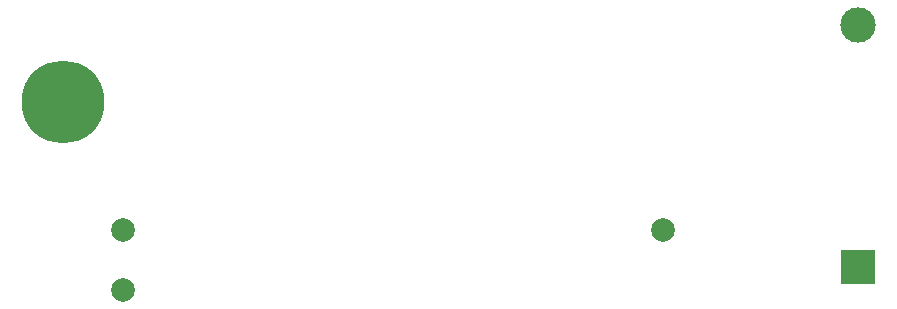
<source format=gbl>
G04 #@! TF.GenerationSoftware,KiCad,Pcbnew,(5.0.2)-1*
G04 #@! TF.CreationDate,2025-08-06T21:22:42+02:00*
G04 #@! TF.ProjectId,bsides_badge,62736964-6573-45f6-9261-6467652e6b69,v2*
G04 #@! TF.SameCoordinates,Original*
G04 #@! TF.FileFunction,Copper,L2,Bot*
G04 #@! TF.FilePolarity,Positive*
%FSLAX46Y46*%
G04 Gerber Fmt 4.6, Leading zero omitted, Abs format (unit mm)*
G04 Created by KiCad (PCBNEW (5.0.2)-1) date 6. 08. 2025 21:22:42*
%MOMM*%
%LPD*%
G01*
G04 APERTURE LIST*
G04 #@! TA.AperFunction,ComponentPad*
%ADD10C,3.000000*%
G04 #@! TD*
G04 #@! TA.AperFunction,ComponentPad*
%ADD11R,3.000000X3.000000*%
G04 #@! TD*
G04 #@! TA.AperFunction,ComponentPad*
%ADD12C,7.000000*%
G04 #@! TD*
G04 #@! TA.AperFunction,WasherPad*
%ADD13C,2.000000*%
G04 #@! TD*
G04 APERTURE END LIST*
D10*
G04 #@! TO.P,BT1,2*
G04 #@! TO.N,Net-(BT1-Pad2)*
X163195000Y-69045000D03*
D11*
G04 #@! TO.P,BT1,1*
G04 #@! TO.N,Net-(BT1-Pad1)*
X163195000Y-89535000D03*
G04 #@! TD*
D12*
G04 #@! TO.P,REF\002A\002A,1*
G04 #@! TO.N,N/C*
X95885000Y-75565000D03*
G04 #@! TD*
D13*
G04 #@! TO.P,REF\002A\002A,1*
G04 #@! TO.N,*
X100965000Y-91440000D03*
G04 #@! TD*
G04 #@! TO.P,REF\002A\002A,1*
G04 #@! TO.N,*
X100965000Y-86360000D03*
G04 #@! TD*
G04 #@! TO.P,REF\002A\002A,1*
G04 #@! TO.N,*
X146685000Y-86360000D03*
G04 #@! TD*
M02*

</source>
